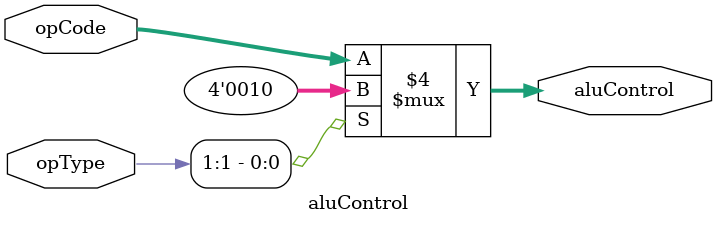
<source format=sv>
module aluControl(input [1:0] opType,input [3:0] opCode,output logic [3:0] aluControl );
	
	always_comb begin
		if(!opType[1])aluControl=opCode;
		else aluControl=4'b0010;
	
	end

endmodule  
</source>
